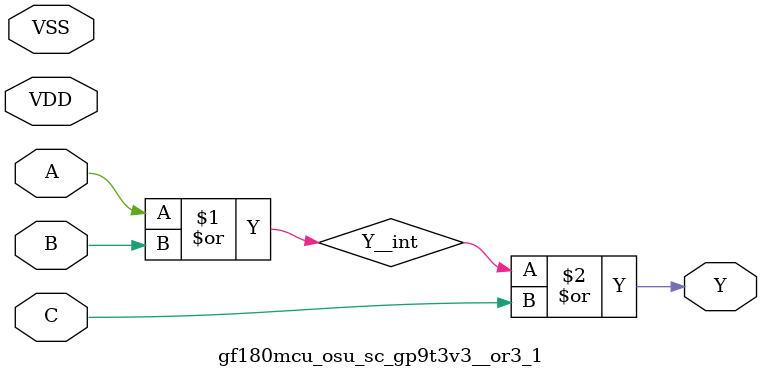
<source format=v>

`timescale 1ns/10ps
`celldefine
module gf180mcu_osu_sc_gp9t3v3__nor3_1 (A, B, Y, C, VDD, VSS);
	output Y;
	input A, B, C;
	inout VDD, VSS;

	// Function
	wire A__bar, B__bar, C__bar, Y__int;

	not (C__bar, C);
	not (B__bar, B);
	not (A__bar, A);
	and (Y__int, A__bar, B__bar);
	and (Y, Y__int, C__bar);

	// Timing
	specify
		(A => Y) = 0;
		(B => Y) = 0;
		(C => Y) = 0;
	endspecify
endmodule
`endcelldefine

// type:  
`timescale 1ns/10ps
`celldefine
module gf180mcu_osu_sc_gp9t3v3__and3_2 (A, B, Y, C, VDD, VSS);
	output Y;
	input A, B, C;
	inout VDD, VSS;

	// Function
	wire Y__int;

	and (Y__int, A, B);
	and (Y, Y__int, C);

	// Timing
	specify
		(A => Y) = 0;
		(B => Y) = 0;
		(C => Y) = 0;
	endspecify
endmodule
`endcelldefine

// type:  
`timescale 1ns/10ps
`celldefine
module gf180mcu_osu_sc_gp9t3v3__or3_1 (A, B, C, VDD, Y, VSS);
	output Y;
	input A, B, C;
	inout VDD, VSS;

	// Function
	wire Y__int;

	or (Y__int, A, B);
	or (Y, Y__int, C);

	// Timing
	specify
		(A => Y) = 0;
		(B => Y) = 0;
		(C => Y) = 0;
	endspecify
endmodule
`endcelldefine


</source>
